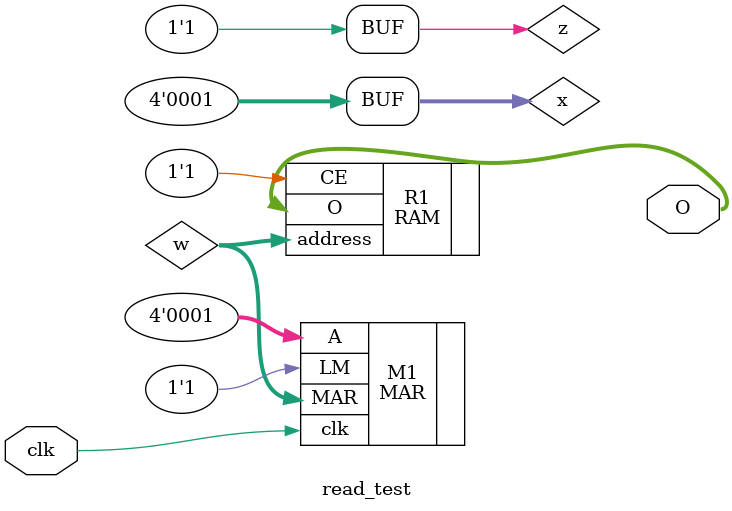
<source format=v>
`timescale 1ns / 1ps



module read_test(input clk,output[7:0] O);
wire [3:0] w;
wire z ;
assign z =1'b1;
wire [3:0] x;
assign x = 4'b0001;

RAM R1 (.CE(z),.address(w),.O(O));
MAR M1 (.A(x),.LM(z),.MAR(w),.clk(clk));
endmodule

</source>
